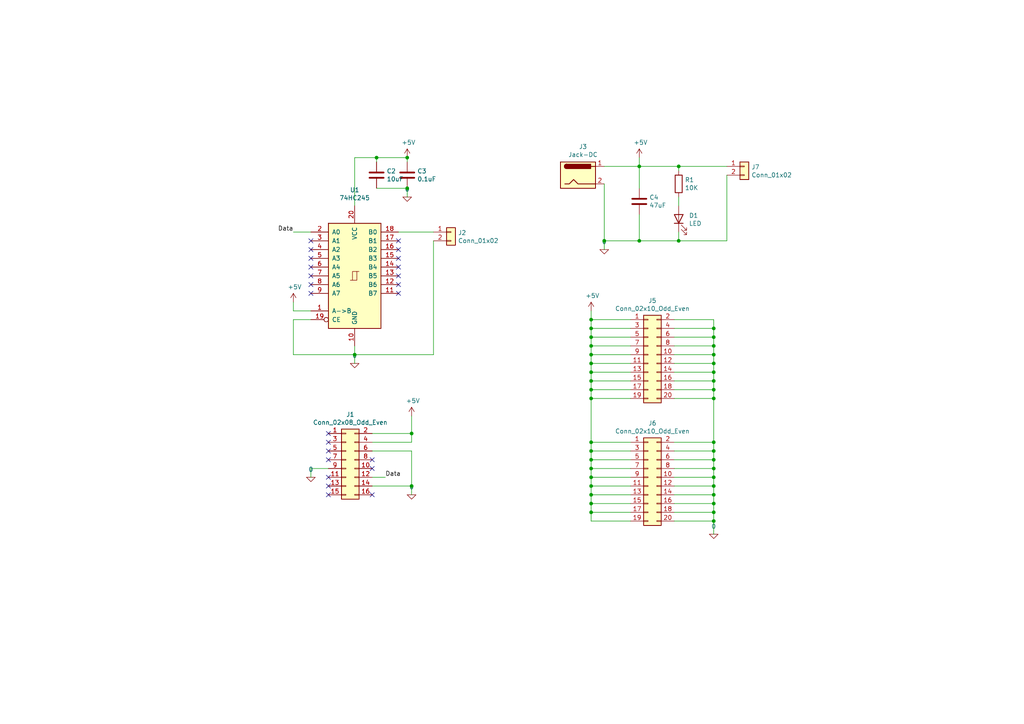
<source format=kicad_sch>
(kicad_sch (version 20230121) (generator eeschema)
  (paper "A4")
  (lib_symbols
    (symbol "74xx:74HC245" (pin_names (offset 1.016))
      (property "Reference" "U" (at -7.62 16.51 0))
      (property "Value" "74HC245" (at -7.62 -16.51 0))
      (symbol "74HC245_1_0"
        (polyline (pts (xy -0.635 -1.27) (xy -0.635 1.27) (xy 0.635 1.27)))
        (polyline (pts (xy -1.27 -1.27) (xy 0.635 -1.27) (xy 0.635 1.27) (xy 1.27 1.27)))
        (pin input line (at -12.7 -10.16 0) (length 5.08) (name "A->B") (number "1"))
        (pin power_in line (at 0 -20.32 90) (length 5.08) (name "GND") (number "10"))
        (pin tri_state line (at 12.7 -5.08 180) (length 5.08) (name "B7") (number "11"))
        (pin tri_state line (at 12.7 -2.54 180) (length 5.08) (name "B6") (number "12"))
        (pin tri_state line (at 12.7 0 180) (length 5.08) (name "B5") (number "13"))
        (pin tri_state line (at 12.7 2.54 180) (length 5.08) (name "B4") (number "14"))
        (pin tri_state line (at 12.7 5.08 180) (length 5.08) (name "B3") (number "15"))
        (pin tri_state line (at 12.7 7.62 180) (length 5.08) (name "B2") (number "16"))
        (pin tri_state line (at 12.7 10.16 180) (length 5.08) (name "B1") (number "17"))
        (pin tri_state line (at 12.7 12.7 180) (length 5.08) (name "B0") (number "18"))
        (pin input inverted (at -12.7 -12.7 0) (length 5.08) (name "CE") (number "19"))
        (pin tri_state line (at -12.7 12.7 0) (length 5.08) (name "A0") (number "2"))
        (pin power_in line (at 0 20.32 270) (length 5.08) (name "VCC") (number "20"))
        (pin tri_state line (at -12.7 10.16 0) (length 5.08) (name "A1") (number "3"))
        (pin tri_state line (at -12.7 7.62 0) (length 5.08) (name "A2") (number "4"))
        (pin tri_state line (at -12.7 5.08 0) (length 5.08) (name "A3") (number "5"))
        (pin tri_state line (at -12.7 2.54 0) (length 5.08) (name "A4") (number "6"))
        (pin tri_state line (at -12.7 0 0) (length 5.08) (name "A5") (number "7"))
        (pin tri_state line (at -12.7 -2.54 0) (length 5.08) (name "A6") (number "8"))
        (pin tri_state line (at -12.7 -5.08 0) (length 5.08) (name "A7") (number "9"))
      )
      (symbol "74HC245_1_1"
        (rectangle (start -7.62 15.24) (end 7.62 -15.24) (stroke (width 0.254)) (fill (type background)))
      )
    )
    (symbol "Connector:Jack-DC" (pin_names (offset 1.016))
      (property "Reference" "J" (at 0 5.334 0))
      (property "Value" "Jack-DC" (at 0 -5.08 0))
      (symbol "Jack-DC_0_1"
        (rectangle (start -5.08 3.81) (end 5.08 -3.81) (stroke (width 0.254)) (fill (type background)))
        (arc (start -3.302 3.175) (mid -3.9343 2.54) (end -3.302 1.905) (stroke (width 0.254)))
        (arc (start -3.302 3.175) (mid -3.9343 2.54) (end -3.302 1.905) (stroke (width 0.254)) (fill (type outline)))
        (polyline (pts (xy 5.08 2.54) (xy 3.81 2.54)) (stroke (width 0.254)))
        (polyline (pts (xy -3.81 -2.54) (xy -2.54 -2.54) (xy -1.27 -1.27) (xy 0 -2.54) (xy 2.54 -2.54) (xy 5.08 -2.54)) (stroke (width 0.254)))
        (rectangle (start 3.683 3.175) (end -3.302 1.905) (stroke (width 0.254)) (fill (type outline)))
      )
      (symbol "Jack-DC_1_1"
        (pin passive line (at 7.62 2.54 180) (length 2.54) (name "~") (number "1"))
        (pin passive line (at 7.62 -2.54 180) (length 2.54) (name "~") (number "2"))
      )
    )
    (symbol "Connector_Generic:Conn_01x02" (pin_names (offset 1.016) hide)
      (property "Reference" "J" (at 0 2.54 0))
      (property "Value" "Conn_01x02" (at 0 -5.08 0))
      (symbol "Conn_01x02_1_1"
        (rectangle (start -1.27 -2.413) (end 0 -2.667) (stroke (width 0.1524)))
        (rectangle (start -1.27 0.127) (end 0 -0.127) (stroke (width 0.1524)))
        (rectangle (start -1.27 1.27) (end 1.27 -3.81) (stroke (width 0.254)) (fill (type background)))
        (pin passive line (at -5.08 0 0) (length 3.81) (name "Pin_1") (number "1"))
        (pin passive line (at -5.08 -2.54 0) (length 3.81) (name "Pin_2") (number "2"))
      )
    )
    (symbol "Connector_Generic:Conn_02x08_Odd_Even" (pin_names (offset 1.016) hide)
      (property "Reference" "J" (at 1.27 10.16 0))
      (property "Value" "Conn_02x08_Odd_Even" (at 1.27 -12.7 0))
      (symbol "Conn_02x08_Odd_Even_1_1"
        (rectangle (start -1.27 -10.033) (end 0 -10.287) (stroke (width 0.1524)))
        (rectangle (start -1.27 -7.493) (end 0 -7.747) (stroke (width 0.1524)))
        (rectangle (start -1.27 -4.953) (end 0 -5.207) (stroke (width 0.1524)))
        (rectangle (start -1.27 -2.413) (end 0 -2.667) (stroke (width 0.1524)))
        (rectangle (start -1.27 0.127) (end 0 -0.127) (stroke (width 0.1524)))
        (rectangle (start -1.27 2.667) (end 0 2.413) (stroke (width 0.1524)))
        (rectangle (start -1.27 5.207) (end 0 4.953) (stroke (width 0.1524)))
        (rectangle (start -1.27 7.747) (end 0 7.493) (stroke (width 0.1524)))
        (rectangle (start -1.27 8.89) (end 3.81 -11.43) (stroke (width 0.254)) (fill (type background)))
        (rectangle (start 3.81 -10.033) (end 2.54 -10.287) (stroke (width 0.1524)))
        (rectangle (start 3.81 -7.493) (end 2.54 -7.747) (stroke (width 0.1524)))
        (rectangle (start 3.81 -4.953) (end 2.54 -5.207) (stroke (width 0.1524)))
        (rectangle (start 3.81 -2.413) (end 2.54 -2.667) (stroke (width 0.1524)))
        (rectangle (start 3.81 0.127) (end 2.54 -0.127) (stroke (width 0.1524)))
        (rectangle (start 3.81 2.667) (end 2.54 2.413) (stroke (width 0.1524)))
        (rectangle (start 3.81 5.207) (end 2.54 4.953) (stroke (width 0.1524)))
        (rectangle (start 3.81 7.747) (end 2.54 7.493) (stroke (width 0.1524)))
        (pin passive line (at -5.08 7.62 0) (length 3.81) (name "Pin_1") (number "1"))
        (pin passive line (at 7.62 -2.54 180) (length 3.81) (name "Pin_10") (number "10"))
        (pin passive line (at -5.08 -5.08 0) (length 3.81) (name "Pin_11") (number "11"))
        (pin passive line (at 7.62 -5.08 180) (length 3.81) (name "Pin_12") (number "12"))
        (pin passive line (at -5.08 -7.62 0) (length 3.81) (name "Pin_13") (number "13"))
        (pin passive line (at 7.62 -7.62 180) (length 3.81) (name "Pin_14") (number "14"))
        (pin passive line (at -5.08 -10.16 0) (length 3.81) (name "Pin_15") (number "15"))
        (pin passive line (at 7.62 -10.16 180) (length 3.81) (name "Pin_16") (number "16"))
        (pin passive line (at 7.62 7.62 180) (length 3.81) (name "Pin_2") (number "2"))
        (pin passive line (at -5.08 5.08 0) (length 3.81) (name "Pin_3") (number "3"))
        (pin passive line (at 7.62 5.08 180) (length 3.81) (name "Pin_4") (number "4"))
        (pin passive line (at -5.08 2.54 0) (length 3.81) (name "Pin_5") (number "5"))
        (pin passive line (at 7.62 2.54 180) (length 3.81) (name "Pin_6") (number "6"))
        (pin passive line (at -5.08 0 0) (length 3.81) (name "Pin_7") (number "7"))
        (pin passive line (at 7.62 0 180) (length 3.81) (name "Pin_8") (number "8"))
        (pin passive line (at -5.08 -2.54 0) (length 3.81) (name "Pin_9") (number "9"))
      )
    )
    (symbol "Connector_Generic:Conn_02x10_Odd_Even" (pin_names (offset 1.016) hide)
      (property "Reference" "J" (at 1.27 12.7 0))
      (property "Value" "Conn_02x10_Odd_Even" (at 1.27 -15.24 0))
      (symbol "Conn_02x10_Odd_Even_1_1"
        (rectangle (start -1.27 -12.573) (end 0 -12.827) (stroke (width 0.1524)))
        (rectangle (start -1.27 -10.033) (end 0 -10.287) (stroke (width 0.1524)))
        (rectangle (start -1.27 -7.493) (end 0 -7.747) (stroke (width 0.1524)))
        (rectangle (start -1.27 -4.953) (end 0 -5.207) (stroke (width 0.1524)))
        (rectangle (start -1.27 -2.413) (end 0 -2.667) (stroke (width 0.1524)))
        (rectangle (start -1.27 0.127) (end 0 -0.127) (stroke (width 0.1524)))
        (rectangle (start -1.27 2.667) (end 0 2.413) (stroke (width 0.1524)))
        (rectangle (start -1.27 5.207) (end 0 4.953) (stroke (width 0.1524)))
        (rectangle (start -1.27 7.747) (end 0 7.493) (stroke (width 0.1524)))
        (rectangle (start -1.27 10.287) (end 0 10.033) (stroke (width 0.1524)))
        (rectangle (start -1.27 11.43) (end 3.81 -13.97) (stroke (width 0.254)) (fill (type background)))
        (rectangle (start 3.81 -12.573) (end 2.54 -12.827) (stroke (width 0.1524)))
        (rectangle (start 3.81 -10.033) (end 2.54 -10.287) (stroke (width 0.1524)))
        (rectangle (start 3.81 -7.493) (end 2.54 -7.747) (stroke (width 0.1524)))
        (rectangle (start 3.81 -4.953) (end 2.54 -5.207) (stroke (width 0.1524)))
        (rectangle (start 3.81 -2.413) (end 2.54 -2.667) (stroke (width 0.1524)))
        (rectangle (start 3.81 0.127) (end 2.54 -0.127) (stroke (width 0.1524)))
        (rectangle (start 3.81 2.667) (end 2.54 2.413) (stroke (width 0.1524)))
        (rectangle (start 3.81 5.207) (end 2.54 4.953) (stroke (width 0.1524)))
        (rectangle (start 3.81 7.747) (end 2.54 7.493) (stroke (width 0.1524)))
        (rectangle (start 3.81 10.287) (end 2.54 10.033) (stroke (width 0.1524)))
        (pin passive line (at -5.08 10.16 0) (length 3.81) (name "Pin_1") (number "1"))
        (pin passive line (at 7.62 0 180) (length 3.81) (name "Pin_10") (number "10"))
        (pin passive line (at -5.08 -2.54 0) (length 3.81) (name "Pin_11") (number "11"))
        (pin passive line (at 7.62 -2.54 180) (length 3.81) (name "Pin_12") (number "12"))
        (pin passive line (at -5.08 -5.08 0) (length 3.81) (name "Pin_13") (number "13"))
        (pin passive line (at 7.62 -5.08 180) (length 3.81) (name "Pin_14") (number "14"))
        (pin passive line (at -5.08 -7.62 0) (length 3.81) (name "Pin_15") (number "15"))
        (pin passive line (at 7.62 -7.62 180) (length 3.81) (name "Pin_16") (number "16"))
        (pin passive line (at -5.08 -10.16 0) (length 3.81) (name "Pin_17") (number "17"))
        (pin passive line (at 7.62 -10.16 180) (length 3.81) (name "Pin_18") (number "18"))
        (pin passive line (at -5.08 -12.7 0) (length 3.81) (name "Pin_19") (number "19"))
        (pin passive line (at 7.62 10.16 180) (length 3.81) (name "Pin_2") (number "2"))
        (pin passive line (at 7.62 -12.7 180) (length 3.81) (name "Pin_20") (number "20"))
        (pin passive line (at -5.08 7.62 0) (length 3.81) (name "Pin_3") (number "3"))
        (pin passive line (at 7.62 7.62 180) (length 3.81) (name "Pin_4") (number "4"))
        (pin passive line (at -5.08 5.08 0) (length 3.81) (name "Pin_5") (number "5"))
        (pin passive line (at 7.62 5.08 180) (length 3.81) (name "Pin_6") (number "6"))
        (pin passive line (at -5.08 2.54 0) (length 3.81) (name "Pin_7") (number "7"))
        (pin passive line (at 7.62 2.54 180) (length 3.81) (name "Pin_8") (number "8"))
        (pin passive line (at -5.08 0 0) (length 3.81) (name "Pin_9") (number "9"))
      )
    )
    (symbol "Device:C" (pin_numbers hide) (pin_names (offset 0.254))
      (property "Reference" "C" (at 0.635 2.54 0))
      (property "Value" "C" (at 0.635 -2.54 0))
      (symbol "C_0_1"
        (polyline (pts (xy -2.032 -0.762) (xy 2.032 -0.762)) (stroke (width 0.508)))
        (polyline (pts (xy -2.032 0.762) (xy 2.032 0.762)) (stroke (width 0.508)))
      )
      (symbol "C_1_1"
        (pin passive line (at 0 3.81 270) (length 2.794) (name "~") (number "1"))
        (pin passive line (at 0 -3.81 90) (length 2.794) (name "~") (number "2"))
      )
    )
    (symbol "Device:LED" (pin_numbers hide) (pin_names (offset 1.016) hide)
      (property "Reference" "D" (at 0 2.54 0))
      (property "Value" "LED" (at 0 -2.54 0))
      (symbol "LED_0_1"
        (polyline (pts (xy -1.27 -1.27) (xy -1.27 1.27)) (stroke (width 0.254)))
        (polyline (pts (xy -1.27 0) (xy 1.27 0)))
        (polyline (pts (xy 1.27 -1.27) (xy 1.27 1.27) (xy -1.27 0) (xy 1.27 -1.27)) (stroke (width 0.254)))
        (polyline (pts (xy -3.048 -0.762) (xy -4.572 -2.286) (xy -3.81 -2.286) (xy -4.572 -2.286) (xy -4.572 -1.524)))
        (polyline (pts (xy -1.778 -0.762) (xy -3.302 -2.286) (xy -2.54 -2.286) (xy -3.302 -2.286) (xy -3.302 -1.524)))
      )
      (symbol "LED_1_1"
        (pin passive line (at -3.81 0 0) (length 2.54) (name "K") (number "1"))
        (pin passive line (at 3.81 0 180) (length 2.54) (name "A") (number "2"))
      )
    )
    (symbol "Device:R" (pin_numbers hide) (pin_names (offset 0))
      (property "Reference" "R" (at 2.032 0 90))
      (property "Value" "R" (at 0 0 90))
      (symbol "R_0_1"
        (rectangle (start -1.016 -2.54) (end 1.016 2.54) (stroke (width 0.254)))
      )
      (symbol "R_1_1"
        (pin passive line (at 0 3.81 270) (length 1.27) (name "~") (number "1"))
        (pin passive line (at 0 -3.81 90) (length 1.27) (name "~") (number "2"))
      )
    )
    (symbol "power:+5V" (power) (pin_names (offset 0))
      (property "Value" "+5V" (at 0 3.556 0))
      (symbol "+5V_0_1"
        (polyline (pts (xy -0.762 1.27) (xy 0 2.54)))
        (polyline (pts (xy 0 0) (xy 0 2.54)))
        (polyline (pts (xy 0 2.54) (xy 0.762 1.27)))
      )
      (symbol "+5V_1_1"
        (pin power_in line (at 0 0 90) (length 0) hide (name "+5V") (number "1"))
      )
    )
    (symbol "rpi0_extern_board-rescue:0-pspice" (power) (pin_names (offset 0))
      (property "Value" "0-pspice" (at 0 -1.778 0))
      (symbol "0-pspice_0_1"
        (polyline (pts (xy -1.27 0) (xy 0 -1.27) (xy 1.27 0) (xy -1.27 0)))
      )
      (symbol "0-pspice_1_1"
        (pin power_in line (at 0 0 0) (length 0) hide (name "0") (number "1"))
      )
    )
  )
  (junction (at 171.45 102.87))
  (junction (at 171.45 105.41))
  (junction (at 119.38 125.73))
  (junction (at 102.87 102.87))
  (junction (at 207.01 143.51))
  (junction (at 171.45 107.95))
  (junction (at 171.45 133.35))
  (junction (at 207.01 107.95))
  (junction (at 171.45 143.51))
  (junction (at 207.01 115.57))
  (junction (at 207.01 151.13))
  (junction (at 196.85 48.26))
  (junction (at 196.85 69.85))
  (junction (at 207.01 138.43))
  (junction (at 171.45 140.97))
  (junction (at 207.01 100.33))
  (junction (at 207.01 140.97))
  (junction (at 207.01 97.79))
  (junction (at 118.11 54.61))
  (junction (at 109.22 45.72))
  (junction (at 171.45 110.49))
  (junction (at 118.11 45.72))
  (junction (at 207.01 95.25))
  (junction (at 207.01 110.49))
  (junction (at 175.26 69.85))
  (junction (at 171.45 148.59))
  (junction (at 207.01 146.05))
  (junction (at 171.45 95.25))
  (junction (at 171.45 128.27))
  (junction (at 119.38 140.97))
  (junction (at 207.01 130.81))
  (junction (at 207.01 113.03))
  (junction (at 185.42 48.26))
  (junction (at 185.42 69.85))
  (junction (at 207.01 102.87))
  (junction (at 171.45 97.79))
  (junction (at 171.45 115.57))
  (junction (at 207.01 148.59))
  (junction (at 171.45 92.71))
  (junction (at 207.01 135.89))
  (junction (at 171.45 113.03))
  (junction (at 207.01 105.41))
  (junction (at 207.01 128.27))
  (junction (at 171.45 146.05))
  (junction (at 171.45 100.33))
  (junction (at 171.45 130.81))
  (junction (at 171.45 135.89))
  (junction (at 171.45 138.43))
  (junction (at 207.01 133.35))
  (no_connect (at 115.57 85.09))
  (no_connect (at 107.95 135.89))
  (no_connect (at 90.17 77.47))
  (no_connect (at 115.57 82.55))
  (no_connect (at 115.57 74.93))
  (no_connect (at 95.25 125.73))
  (no_connect (at 90.17 74.93))
  (no_connect (at 95.25 143.51))
  (no_connect (at 90.17 72.39))
  (no_connect (at 90.17 69.85))
  (no_connect (at 90.17 82.55))
  (no_connect (at 95.25 133.35))
  (no_connect (at 115.57 77.47))
  (no_connect (at 95.25 138.43))
  (no_connect (at 115.57 80.01))
  (no_connect (at 95.25 130.81))
  (no_connect (at 95.25 140.97))
  (no_connect (at 90.17 85.09))
  (no_connect (at 115.57 72.39))
  (no_connect (at 95.25 128.27))
  (no_connect (at 107.95 133.35))
  (no_connect (at 115.57 69.85))
  (no_connect (at 107.95 143.51))
  (no_connect (at 90.17 80.01))
  (wire (pts (xy 195.58 100.33) (xy 207.01 100.33)))
  (wire (pts (xy 195.58 115.57) (xy 207.01 115.57)))
  (wire (pts (xy 207.01 138.43) (xy 207.01 140.97)))
  (wire (pts (xy 119.38 140.97) (xy 119.38 143.51)))
  (wire (pts (xy 185.42 48.26) (xy 196.85 48.26)))
  (wire (pts (xy 171.45 128.27) (xy 171.45 130.81)))
  (wire (pts (xy 85.09 87.63) (xy 85.09 90.17)))
  (wire (pts (xy 85.09 102.87) (xy 102.87 102.87)))
  (wire (pts (xy 85.09 92.71) (xy 85.09 102.87)))
  (wire (pts (xy 196.85 69.85) (xy 196.85 67.31)))
  (wire (pts (xy 171.45 140.97) (xy 182.88 140.97)))
  (wire (pts (xy 118.11 57.15) (xy 118.11 54.61)))
  (wire (pts (xy 207.01 107.95) (xy 207.01 110.49)))
  (wire (pts (xy 171.45 135.89) (xy 171.45 138.43)))
  (wire (pts (xy 171.45 92.71) (xy 171.45 95.25)))
  (wire (pts (xy 207.01 135.89) (xy 207.01 138.43)))
  (wire (pts (xy 171.45 133.35) (xy 182.88 133.35)))
  (wire (pts (xy 171.45 107.95) (xy 171.45 110.49)))
  (wire (pts (xy 85.09 67.31) (xy 90.17 67.31)))
  (wire (pts (xy 195.58 105.41) (xy 207.01 105.41)))
  (wire (pts (xy 107.95 138.43) (xy 111.76 138.43)))
  (wire (pts (xy 196.85 48.26) (xy 210.82 48.26)))
  (wire (pts (xy 195.58 138.43) (xy 207.01 138.43)))
  (wire (pts (xy 171.45 143.51) (xy 171.45 146.05)))
  (wire (pts (xy 171.45 140.97) (xy 171.45 143.51)))
  (wire (pts (xy 171.45 97.79) (xy 182.88 97.79)))
  (wire (pts (xy 207.01 97.79) (xy 207.01 100.33)))
  (wire (pts (xy 185.42 69.85) (xy 196.85 69.85)))
  (wire (pts (xy 125.73 102.87) (xy 102.87 102.87)))
  (wire (pts (xy 195.58 148.59) (xy 207.01 148.59)))
  (wire (pts (xy 207.01 133.35) (xy 207.01 135.89)))
  (wire (pts (xy 171.45 102.87) (xy 171.45 105.41)))
  (wire (pts (xy 195.58 92.71) (xy 207.01 92.71)))
  (wire (pts (xy 171.45 130.81) (xy 182.88 130.81)))
  (wire (pts (xy 175.26 69.85) (xy 185.42 69.85)))
  (wire (pts (xy 196.85 59.69) (xy 196.85 57.15)))
  (wire (pts (xy 207.01 130.81) (xy 207.01 133.35)))
  (wire (pts (xy 210.82 69.85) (xy 196.85 69.85)))
  (wire (pts (xy 207.01 105.41) (xy 207.01 107.95)))
  (wire (pts (xy 125.73 69.85) (xy 125.73 102.87)))
  (wire (pts (xy 207.01 115.57) (xy 207.01 128.27)))
  (wire (pts (xy 195.58 133.35) (xy 207.01 133.35)))
  (wire (pts (xy 171.45 130.81) (xy 171.45 133.35)))
  (wire (pts (xy 171.45 97.79) (xy 171.45 100.33)))
  (wire (pts (xy 207.01 95.25) (xy 207.01 97.79)))
  (wire (pts (xy 102.87 45.72) (xy 102.87 59.69)))
  (wire (pts (xy 107.95 130.81) (xy 119.38 130.81)))
  (wire (pts (xy 195.58 95.25) (xy 207.01 95.25)))
  (wire (pts (xy 195.58 128.27) (xy 207.01 128.27)))
  (wire (pts (xy 107.95 125.73) (xy 119.38 125.73)))
  (wire (pts (xy 171.45 143.51) (xy 182.88 143.51)))
  (wire (pts (xy 171.45 128.27) (xy 182.88 128.27)))
  (wire (pts (xy 175.26 48.26) (xy 185.42 48.26)))
  (wire (pts (xy 207.01 102.87) (xy 207.01 105.41)))
  (wire (pts (xy 207.01 110.49) (xy 207.01 113.03)))
  (wire (pts (xy 171.45 107.95) (xy 182.88 107.95)))
  (wire (pts (xy 175.26 69.85) (xy 175.26 72.39)))
  (wire (pts (xy 171.45 151.13) (xy 182.88 151.13)))
  (wire (pts (xy 171.45 95.25) (xy 171.45 97.79)))
  (wire (pts (xy 171.45 110.49) (xy 171.45 113.03)))
  (wire (pts (xy 171.45 105.41) (xy 171.45 107.95)))
  (wire (pts (xy 207.01 113.03) (xy 207.01 115.57)))
  (wire (pts (xy 102.87 45.72) (xy 109.22 45.72)))
  (wire (pts (xy 109.22 54.61) (xy 118.11 54.61)))
  (wire (pts (xy 171.45 105.41) (xy 182.88 105.41)))
  (wire (pts (xy 118.11 46.99) (xy 118.11 45.72)))
  (wire (pts (xy 195.58 151.13) (xy 207.01 151.13)))
  (wire (pts (xy 195.58 130.81) (xy 207.01 130.81)))
  (wire (pts (xy 195.58 140.97) (xy 207.01 140.97)))
  (wire (pts (xy 171.45 148.59) (xy 171.45 151.13)))
  (wire (pts (xy 115.57 67.31) (xy 125.73 67.31)))
  (wire (pts (xy 171.45 110.49) (xy 182.88 110.49)))
  (wire (pts (xy 109.22 46.99) (xy 109.22 45.72)))
  (wire (pts (xy 195.58 102.87) (xy 207.01 102.87)))
  (wire (pts (xy 207.01 146.05) (xy 207.01 148.59)))
  (wire (pts (xy 85.09 90.17) (xy 90.17 90.17)))
  (wire (pts (xy 171.45 100.33) (xy 182.88 100.33)))
  (wire (pts (xy 119.38 125.73) (xy 119.38 128.27)))
  (wire (pts (xy 196.85 48.26) (xy 196.85 49.53)))
  (wire (pts (xy 109.22 45.72) (xy 118.11 45.72)))
  (wire (pts (xy 171.45 146.05) (xy 171.45 148.59)))
  (wire (pts (xy 102.87 100.33) (xy 102.87 102.87)))
  (wire (pts (xy 90.17 135.89) (xy 90.17 138.43)))
  (wire (pts (xy 195.58 107.95) (xy 207.01 107.95)))
  (wire (pts (xy 171.45 113.03) (xy 182.88 113.03)))
  (wire (pts (xy 171.45 102.87) (xy 182.88 102.87)))
  (wire (pts (xy 207.01 140.97) (xy 207.01 143.51)))
  (wire (pts (xy 171.45 148.59) (xy 182.88 148.59)))
  (wire (pts (xy 185.42 48.26) (xy 185.42 45.72)))
  (wire (pts (xy 207.01 148.59) (xy 207.01 151.13)))
  (wire (pts (xy 90.17 135.89) (xy 95.25 135.89)))
  (wire (pts (xy 107.95 140.97) (xy 119.38 140.97)))
  (wire (pts (xy 171.45 95.25) (xy 182.88 95.25)))
  (wire (pts (xy 171.45 92.71) (xy 182.88 92.71)))
  (wire (pts (xy 185.42 54.61) (xy 185.42 48.26)))
  (wire (pts (xy 195.58 146.05) (xy 207.01 146.05)))
  (wire (pts (xy 195.58 135.89) (xy 207.01 135.89)))
  (wire (pts (xy 171.45 135.89) (xy 182.88 135.89)))
  (wire (pts (xy 195.58 143.51) (xy 207.01 143.51)))
  (wire (pts (xy 195.58 113.03) (xy 207.01 113.03)))
  (wire (pts (xy 171.45 113.03) (xy 171.45 115.57)))
  (wire (pts (xy 207.01 151.13) (xy 207.01 154.94)))
  (wire (pts (xy 119.38 120.65) (xy 119.38 125.73)))
  (wire (pts (xy 171.45 115.57) (xy 171.45 128.27)))
  (wire (pts (xy 90.17 92.71) (xy 85.09 92.71)))
  (wire (pts (xy 171.45 138.43) (xy 171.45 140.97)))
  (wire (pts (xy 171.45 138.43) (xy 182.88 138.43)))
  (wire (pts (xy 207.01 143.51) (xy 207.01 146.05)))
  (wire (pts (xy 210.82 50.8) (xy 210.82 69.85)))
  (wire (pts (xy 171.45 133.35) (xy 171.45 135.89)))
  (wire (pts (xy 195.58 110.49) (xy 207.01 110.49)))
  (wire (pts (xy 171.45 90.17) (xy 171.45 92.71)))
  (wire (pts (xy 102.87 102.87) (xy 102.87 105.41)))
  (wire (pts (xy 207.01 92.71) (xy 207.01 95.25)))
  (wire (pts (xy 185.42 62.23) (xy 185.42 69.85)))
  (wire (pts (xy 171.45 100.33) (xy 171.45 102.87)))
  (wire (pts (xy 207.01 100.33) (xy 207.01 102.87)))
  (wire (pts (xy 119.38 130.81) (xy 119.38 140.97)))
  (wire (pts (xy 171.45 115.57) (xy 182.88 115.57)))
  (wire (pts (xy 107.95 128.27) (xy 119.38 128.27)))
  (wire (pts (xy 171.45 146.05) (xy 182.88 146.05)))
  (wire (pts (xy 207.01 128.27) (xy 207.01 130.81)))
  (wire (pts (xy 175.26 69.85) (xy 175.26 53.34)))
  (wire (pts (xy 195.58 97.79) (xy 207.01 97.79)))
  (label "Data" (at 111.76 138.43 0))
  (label "Data" (at 85.09 67.31 180))
  (symbol (lib_id "74xx:74HC245") (at 102.87 80.01 0) (unit 1)
    (property "Reference" "U1" (at 102.87 55.0926 0))
    (property "Value" "74HC245" (at 102.87 57.404 0))
    (property "Footprint" "Package_SO:SSOP-20_5.3x7.2mm_P0.65mm" (effects hide))
    (property "Datasheet" "http://www.ti.com/lit/gpn/sn74HC245" (effects hide))
  )
  (symbol (lib_id "power:+5V") (at 119.38 120.65 0) (unit 1)
    (property "Reference" "#PWR0101" (effects hide))
    (property "Value" "+5V" (at 119.761 116.2558 0))
  )
  (symbol (lib_id "rpi0_extern_board-rescue:0-pspice") (at 119.38 143.51 0) (unit 1)
    (property "Reference" "#GND0101" (effects hide))
    (property "Value" "0" (at 119.38 141.2494 0))
  )
  (symbol (lib_id "rpi0_extern_board-rescue:0-pspice") (at 90.17 138.43 0) (unit 1)
    (property "Reference" "#GND0102" (effects hide))
    (property "Value" "0" (at 90.17 136.1694 0))
  )
  (symbol (lib_id "rpi0_extern_board-rescue:0-pspice") (at 102.87 105.41 0) (unit 1)
    (property "Reference" "#GND0103" (effects hide))
    (property "Value" "0" (at 102.87 103.1494 0))
  )
  (symbol (lib_id "power:+5V") (at 85.09 87.63 0) (unit 1)
    (property "Reference" "#PWR0102" (effects hide))
    (property "Value" "+5V" (at 85.471 83.2358 0))
  )
  (symbol (lib_id "power:+5V") (at 118.11 45.72 0) (unit 1)
    (property "Reference" "#PWR0103" (effects hide))
    (property "Value" "+5V" (at 118.491 41.3258 0))
  )
  (symbol (lib_id "Device:C") (at 118.11 50.8 0) (unit 1)
    (property "Reference" "C3" (at 121.031 49.6316 0) (effects (justify left)))
    (property "Value" "0.1uF" (at 121.031 51.943 0) (effects (justify left)))
    (property "Footprint" "Capacitor_SMD:C_0805_2012Metric_Pad1.15x1.40mm_HandSolder" (effects hide))
  )
  (symbol (lib_id "Device:C") (at 109.22 50.8 0) (unit 1)
    (property "Reference" "C2" (at 112.141 49.6316 0) (effects (justify left)))
    (property "Value" "10uF" (at 112.141 51.943 0) (effects (justify left)))
    (property "Footprint" "Capacitor_SMD:C_0805_2012Metric_Pad1.15x1.40mm_HandSolder" (effects hide))
  )
  (symbol (lib_id "rpi0_extern_board-rescue:0-pspice") (at 118.11 57.15 0) (unit 1)
    (property "Reference" "#GND0104" (effects hide))
    (property "Value" "0" (at 118.11 54.8894 0))
  )
  (symbol (lib_id "rpi0_extern_board-rescue:0-pspice") (at 175.26 72.39 0) (unit 1)
    (property "Reference" "#GND0105" (effects hide))
    (property "Value" "0" (at 175.26 70.1294 0))
  )
  (symbol (lib_id "power:+5V") (at 185.42 45.72 0) (unit 1)
    (property "Reference" "#PWR0104" (effects hide))
    (property "Value" "+5V" (at 185.801 41.3258 0))
  )
  (symbol (lib_id "Connector_Generic:Conn_01x02") (at 215.9 48.26 0) (unit 1)
    (property "Reference" "J7" (at 217.932 48.4632 0) (effects (justify left)))
    (property "Value" "Conn_01x02" (at 217.932 50.7746 0) (effects (justify left)))
    (property "Footprint" "Connector_PinHeader_2.54mm:PinHeader_1x02_P2.54mm_Vertical" (effects hide))
  )
  (symbol (lib_id "Connector_Generic:Conn_01x02") (at 130.81 67.31 0) (unit 1)
    (property "Reference" "J2" (at 132.842 67.5132 0) (effects (justify left)))
    (property "Value" "Conn_01x02" (at 132.842 69.8246 0) (effects (justify left)))
    (property "Footprint" "Connector_PinHeader_2.54mm:PinHeader_1x02_P2.54mm_Vertical" (effects hide))
  )
  (symbol (lib_id "Device:LED") (at 196.85 63.5 90) (unit 1)
    (property "Reference" "D1" (at 199.8218 62.5094 90) (effects (justify right)))
    (property "Value" "LED" (at 199.8218 64.8208 90) (effects (justify right)))
    (property "Footprint" "LED_SMD:LED_0805_2012Metric_Pad1.15x1.40mm_HandSolder" (effects hide))
  )
  (symbol (lib_id "Device:R") (at 196.85 53.34 0) (unit 1)
    (property "Reference" "R1" (at 198.628 52.1716 0) (effects (justify left)))
    (property "Value" "10K" (at 198.628 54.483 0) (effects (justify left)))
    (property "Footprint" "Resistor_SMD:R_0805_2012Metric_Pad1.15x1.40mm_HandSolder" (effects hide))
  )
  (symbol (lib_id "power:+5V") (at 171.45 90.17 0) (unit 1)
    (property "Reference" "#PWR0105" (effects hide))
    (property "Value" "+5V" (at 171.831 85.7758 0))
  )
  (symbol (lib_id "rpi0_extern_board-rescue:0-pspice") (at 207.01 154.94 0) (unit 1)
    (property "Reference" "#GND0106" (effects hide))
    (property "Value" "0" (at 207.01 152.6794 0))
  )
  (symbol (lib_id "Connector_Generic:Conn_02x08_Odd_Even") (at 100.33 133.35 0) (unit 1)
    (property "Reference" "J1" (at 101.6 120.2182 0))
    (property "Value" "Conn_02x08_Odd_Even" (at 101.6 122.5296 0))
    (property "Footprint" "Connector_PinHeader_2.54mm:PinHeader_2x08_P2.54mm_Vertical" (effects hide))
  )
  (symbol (lib_id "Device:C") (at 185.42 58.42 0) (unit 1)
    (property "Reference" "C4" (at 188.341 57.2516 0) (effects (justify left)))
    (property "Value" "47uF" (at 188.341 59.563 0) (effects (justify left)))
    (property "Footprint" "Capacitor_SMD:C_1206_3216Metric_Pad1.42x1.75mm_HandSolder" (effects hide))
  )
  (symbol (lib_id "Connector_Generic:Conn_02x10_Odd_Even") (at 187.96 102.87 0) (unit 1)
    (property "Reference" "J5" (at 189.23 87.1982 0))
    (property "Value" "Conn_02x10_Odd_Even" (at 189.23 89.5096 0))
    (property "Footprint" "Connector_PinHeader_2.54mm:PinHeader_2x10_P2.54mm_Vertical" (effects hide))
  )
  (symbol (lib_id "Connector_Generic:Conn_02x10_Odd_Even") (at 187.96 138.43 0) (unit 1)
    (property "Reference" "J6" (at 189.23 122.7582 0))
    (property "Value" "Conn_02x10_Odd_Even" (at 189.23 125.0696 0))
    (property "Footprint" "Connector_PinHeader_2.54mm:PinHeader_2x10_P2.54mm_Vertical" (effects hide))
  )
  (symbol (lib_id "Connector:Jack-DC") (at 167.64 50.8 0) (unit 1)
    (property "Reference" "J3" (at 169.0878 42.545 0))
    (property "Value" "Jack-DC" (at 169.0878 44.8564 0))
    (property "Footprint" "Connector_BarrelJack:BarrelJack_Horizontal" (effects hide))
  )
)
</source>
